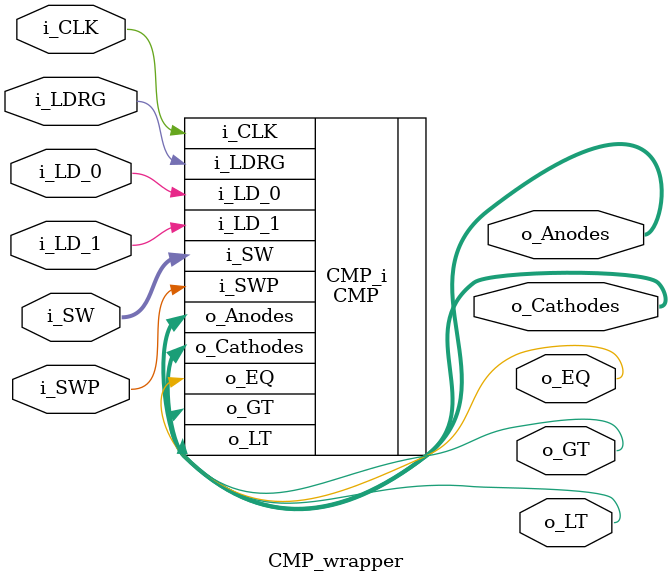
<source format=v>
`timescale 1 ps / 1 ps

module CMP_wrapper
   (i_CLK,
    i_LDRG,
    i_LD_0,
    i_LD_1,
    i_SW,
    i_SWP,
    o_Anodes,
    o_Cathodes,
    o_EQ,
    o_GT,
    o_LT);
  input i_CLK;
  input i_LDRG;
  input i_LD_0;
  input i_LD_1;
  input [7:0]i_SW;
  input i_SWP;
  output [3:0]o_Anodes;
  output [6:0]o_Cathodes;
  output o_EQ;
  output o_GT;
  output o_LT;

  wire i_CLK;
  wire i_LDRG;
  wire i_LD_0;
  wire i_LD_1;
  wire [7:0]i_SW;
  wire i_SWP;
  wire [3:0]o_Anodes;
  wire [6:0]o_Cathodes;
  wire o_EQ;
  wire o_GT;
  wire o_LT;

  CMP CMP_i
       (.i_CLK(i_CLK),
        .i_LDRG(i_LDRG),
        .i_LD_0(i_LD_0),
        .i_LD_1(i_LD_1),
        .i_SW(i_SW),
        .i_SWP(i_SWP),
        .o_Anodes(o_Anodes),
        .o_Cathodes(o_Cathodes),
        .o_EQ(o_EQ),
        .o_GT(o_GT),
        .o_LT(o_LT));
endmodule

</source>
